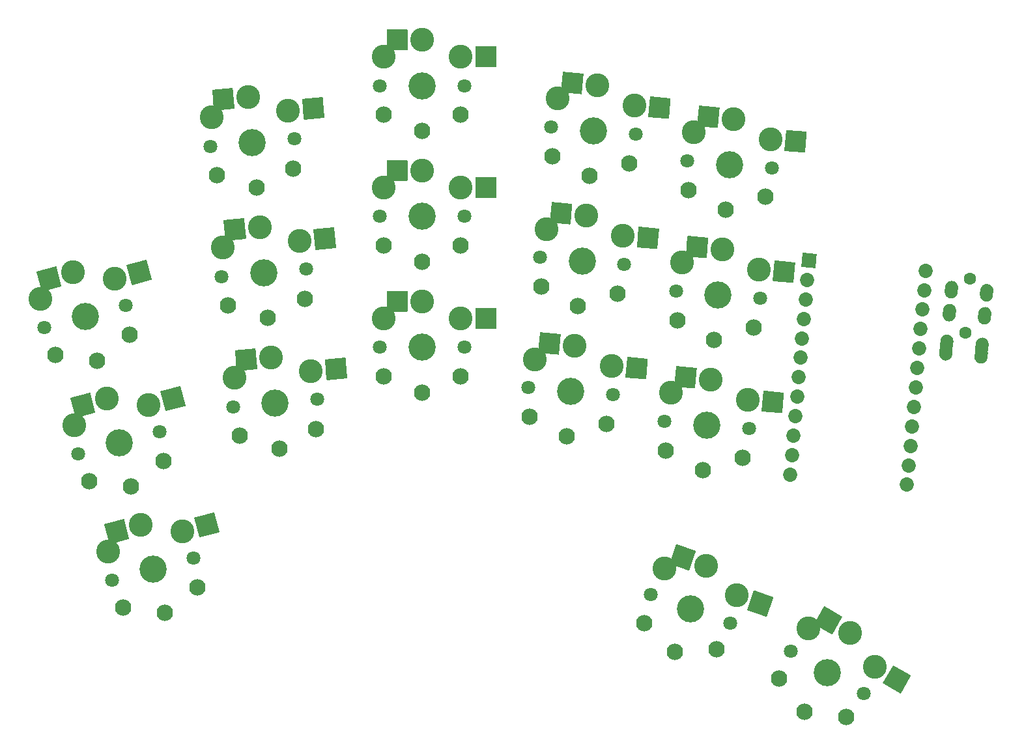
<source format=gbr>
%TF.GenerationSoftware,KiCad,Pcbnew,(5.1.10)-1*%
%TF.CreationDate,2021-07-05T15:56:21+02:00*%
%TF.ProjectId,architeuthis_dux,61726368-6974-4657-9574-6869735f6475,VERSION_HERE*%
%TF.SameCoordinates,Original*%
%TF.FileFunction,Soldermask,Bot*%
%TF.FilePolarity,Negative*%
%FSLAX46Y46*%
G04 Gerber Fmt 4.6, Leading zero omitted, Abs format (unit mm)*
G04 Created by KiCad (PCBNEW (5.1.10)-1) date 2021-07-05 15:56:21*
%MOMM*%
%LPD*%
G01*
G04 APERTURE LIST*
%ADD10C,3.529000*%
%ADD11C,1.801800*%
%ADD12C,3.100000*%
%ADD13C,2.132000*%
%ADD14C,1.852600*%
%ADD15C,1.600000*%
G04 APERTURE END LIST*
D10*
%TO.C,S1*%
X13600100Y-579300D03*
D11*
X18912692Y844205D03*
X8287508Y-2002805D03*
D12*
X17459158Y4337017D03*
X12060127Y5167959D03*
G36*
G01*
X7929185Y2715217D02*
X7256256Y5226624D01*
G75*
G02*
X7291611Y5287861I48296J12941D01*
G01*
X9803018Y5960790D01*
G75*
G02*
X9864255Y5925435I12941J-48296D01*
G01*
X10537184Y3414028D01*
G75*
G02*
X10501829Y3352791I-48296J-12941D01*
G01*
X7990422Y2679862D01*
G75*
G02*
X7929185Y2715217I-12941J48296D01*
G01*
G37*
G36*
G01*
X19655030Y3579540D02*
X18982101Y6090947D01*
G75*
G02*
X19017456Y6152184I48296J12941D01*
G01*
X21528863Y6825113D01*
G75*
G02*
X21590100Y6789758I12941J-48296D01*
G01*
X22263029Y4278351D01*
G75*
G02*
X22227674Y4217114I-48296J-12941D01*
G01*
X19716267Y3544185D01*
G75*
G02*
X19655030Y3579540I-12941J48296D01*
G01*
G37*
X7799899Y1748827D03*
X12060127Y5167959D03*
%TD*%
D10*
%TO.C,S2*%
X13600100Y-579300D03*
D11*
X8287508Y-2002805D03*
X18912692Y844205D03*
D13*
X9753983Y-5543913D03*
X15127132Y-6278262D03*
X19413242Y-2955723D03*
X15127132Y-6278262D03*
%TD*%
D10*
%TO.C,S3*%
X9200200Y15841500D03*
D11*
X14512792Y17265005D03*
X3887608Y14417995D03*
D12*
X13059258Y20757817D03*
X7660227Y21588759D03*
G36*
G01*
X3529285Y19136017D02*
X2856356Y21647424D01*
G75*
G02*
X2891711Y21708661I48296J12941D01*
G01*
X5403118Y22381590D01*
G75*
G02*
X5464355Y22346235I12941J-48296D01*
G01*
X6137284Y19834828D01*
G75*
G02*
X6101929Y19773591I-48296J-12941D01*
G01*
X3590522Y19100662D01*
G75*
G02*
X3529285Y19136017I-12941J48296D01*
G01*
G37*
G36*
G01*
X15255130Y20000340D02*
X14582201Y22511747D01*
G75*
G02*
X14617556Y22572984I48296J12941D01*
G01*
X17128963Y23245913D01*
G75*
G02*
X17190200Y23210558I12941J-48296D01*
G01*
X17863129Y20699151D01*
G75*
G02*
X17827774Y20637914I-48296J-12941D01*
G01*
X15316367Y19964985D01*
G75*
G02*
X15255130Y20000340I-12941J48296D01*
G01*
G37*
X3399999Y18169627D03*
X7660227Y21588759D03*
%TD*%
D10*
%TO.C,S4*%
X9200200Y15841500D03*
D11*
X3887608Y14417995D03*
X14512792Y17265005D03*
D13*
X5354083Y10876887D03*
X10727232Y10142538D03*
X15013342Y13465077D03*
X10727232Y10142538D03*
%TD*%
D10*
%TO.C,S5*%
X4800200Y32262200D03*
D11*
X10112792Y33685705D03*
X-512392Y30838695D03*
D12*
X8659258Y37178517D03*
X3260227Y38009459D03*
G36*
G01*
X-870715Y35556717D02*
X-1543644Y38068124D01*
G75*
G02*
X-1508289Y38129361I48296J12941D01*
G01*
X1003118Y38802290D01*
G75*
G02*
X1064355Y38766935I12941J-48296D01*
G01*
X1737284Y36255528D01*
G75*
G02*
X1701929Y36194291I-48296J-12941D01*
G01*
X-809478Y35521362D01*
G75*
G02*
X-870715Y35556717I-12941J48296D01*
G01*
G37*
G36*
G01*
X10855130Y36421040D02*
X10182201Y38932447D01*
G75*
G02*
X10217556Y38993684I48296J12941D01*
G01*
X12728963Y39666613D01*
G75*
G02*
X12790200Y39631258I12941J-48296D01*
G01*
X13463129Y37119851D01*
G75*
G02*
X13427774Y37058614I-48296J-12941D01*
G01*
X10916367Y36385685D01*
G75*
G02*
X10855130Y36421040I-12941J48296D01*
G01*
G37*
X-1000001Y34590327D03*
X3260227Y38009459D03*
%TD*%
D10*
%TO.C,S6*%
X4800200Y32262200D03*
D11*
X-512392Y30838695D03*
X10112792Y33685705D03*
D13*
X954083Y27297587D03*
X6327232Y26563238D03*
X10613342Y29885777D03*
X6327232Y26563238D03*
%TD*%
D10*
%TO.C,S7*%
X29505100Y21014800D03*
D11*
X34984171Y21494157D03*
X24026029Y20535443D03*
D12*
X34159239Y25186309D03*
X28986523Y26942158D03*
G36*
G01*
X24492425Y25244009D02*
X24265820Y27834116D01*
G75*
G02*
X24311272Y27888284I49810J4358D01*
G01*
X26901379Y28114889D01*
G75*
G02*
X26955547Y28069437I4358J-49810D01*
G01*
X27182152Y25479330D01*
G75*
G02*
X27136700Y25425162I-49810J-4358D01*
G01*
X24546593Y25198557D01*
G75*
G02*
X24492425Y25244009I-4358J49810D01*
G01*
G37*
G36*
G01*
X36190216Y24059030D02*
X35963611Y26649137D01*
G75*
G02*
X36009063Y26703305I49810J4358D01*
G01*
X38599170Y26929910D01*
G75*
G02*
X38653338Y26884458I4358J-49810D01*
G01*
X38879943Y24294351D01*
G75*
G02*
X38834491Y24240183I-49810J-4358D01*
G01*
X36244384Y24013578D01*
G75*
G02*
X36190216Y24059030I-4358J49810D01*
G01*
G37*
X24197292Y24314751D03*
X28986523Y26942158D03*
%TD*%
D10*
%TO.C,S8*%
X29505100Y21014800D03*
D11*
X24026029Y20535443D03*
X34984171Y21494157D03*
D13*
X24855318Y16793481D03*
X30019319Y15137251D03*
X34817265Y17665039D03*
X30019319Y15137251D03*
%TD*%
D10*
%TO.C,S9*%
X28023400Y37950100D03*
D11*
X33502471Y38429457D03*
X22544329Y37470743D03*
D12*
X32677539Y42121609D03*
X27504823Y43877458D03*
G36*
G01*
X23010725Y42179309D02*
X22784120Y44769416D01*
G75*
G02*
X22829572Y44823584I49810J4358D01*
G01*
X25419679Y45050189D01*
G75*
G02*
X25473847Y45004737I4358J-49810D01*
G01*
X25700452Y42414630D01*
G75*
G02*
X25655000Y42360462I-49810J-4358D01*
G01*
X23064893Y42133857D01*
G75*
G02*
X23010725Y42179309I-4358J49810D01*
G01*
G37*
G36*
G01*
X34708516Y40994330D02*
X34481911Y43584437D01*
G75*
G02*
X34527363Y43638605I49810J4358D01*
G01*
X37117470Y43865210D01*
G75*
G02*
X37171638Y43819758I4358J-49810D01*
G01*
X37398243Y41229651D01*
G75*
G02*
X37352791Y41175483I-49810J-4358D01*
G01*
X34762684Y40948878D01*
G75*
G02*
X34708516Y40994330I-4358J49810D01*
G01*
G37*
X22715592Y41250051D03*
X27504823Y43877458D03*
%TD*%
D10*
%TO.C,S10*%
X28023400Y37950100D03*
D11*
X22544329Y37470743D03*
X33502471Y38429457D03*
D13*
X23373618Y33728781D03*
X28537619Y32072551D03*
X33335565Y34600339D03*
X28537619Y32072551D03*
%TD*%
D10*
%TO.C,S11*%
X26541800Y54885400D03*
D11*
X32020871Y55364757D03*
X21062729Y54406043D03*
D12*
X31195939Y59056909D03*
X26023223Y60812758D03*
G36*
G01*
X21529125Y59114609D02*
X21302520Y61704716D01*
G75*
G02*
X21347972Y61758884I49810J4358D01*
G01*
X23938079Y61985489D01*
G75*
G02*
X23992247Y61940037I4358J-49810D01*
G01*
X24218852Y59349930D01*
G75*
G02*
X24173400Y59295762I-49810J-4358D01*
G01*
X21583293Y59069157D01*
G75*
G02*
X21529125Y59114609I-4358J49810D01*
G01*
G37*
G36*
G01*
X33226916Y57929630D02*
X33000311Y60519737D01*
G75*
G02*
X33045763Y60573905I49810J4358D01*
G01*
X35635870Y60800510D01*
G75*
G02*
X35690038Y60755058I4358J-49810D01*
G01*
X35916643Y58164951D01*
G75*
G02*
X35871191Y58110783I-49810J-4358D01*
G01*
X33281084Y57884178D01*
G75*
G02*
X33226916Y57929630I-4358J49810D01*
G01*
G37*
X21233992Y58185351D03*
X26023223Y60812758D03*
%TD*%
D10*
%TO.C,S12*%
X26541800Y54885400D03*
D11*
X21062729Y54406043D03*
X32020871Y55364757D03*
D13*
X21892018Y50664081D03*
X27056019Y49007851D03*
X31853965Y51535639D03*
X27056019Y49007851D03*
%TD*%
D10*
%TO.C,S13*%
X48624400Y28293400D03*
D11*
X54124400Y28293400D03*
X43124400Y28293400D03*
D12*
X53624400Y32043400D03*
X48624400Y34243400D03*
G36*
G01*
X43999400Y32943400D02*
X43999400Y35543400D01*
G75*
G02*
X44049400Y35593400I50000J0D01*
G01*
X46649400Y35593400D01*
G75*
G02*
X46699400Y35543400I0J-50000D01*
G01*
X46699400Y32943400D01*
G75*
G02*
X46649400Y32893400I-50000J0D01*
G01*
X44049400Y32893400D01*
G75*
G02*
X43999400Y32943400I0J50000D01*
G01*
G37*
G36*
G01*
X55549400Y30743400D02*
X55549400Y33343400D01*
G75*
G02*
X55599400Y33393400I50000J0D01*
G01*
X58199400Y33393400D01*
G75*
G02*
X58249400Y33343400I0J-50000D01*
G01*
X58249400Y30743400D01*
G75*
G02*
X58199400Y30693400I-50000J0D01*
G01*
X55599400Y30693400D01*
G75*
G02*
X55549400Y30743400I0J50000D01*
G01*
G37*
X43624400Y32043400D03*
X48624400Y34243400D03*
%TD*%
D10*
%TO.C,S14*%
X48624400Y28293400D03*
D11*
X43124400Y28293400D03*
X54124400Y28293400D03*
D13*
X43624400Y24493400D03*
X48624400Y22393400D03*
X53624400Y24493400D03*
X48624400Y22393400D03*
%TD*%
D10*
%TO.C,S15*%
X48624400Y45293400D03*
D11*
X54124400Y45293400D03*
X43124400Y45293400D03*
D12*
X53624400Y49043400D03*
X48624400Y51243400D03*
G36*
G01*
X43999400Y49943400D02*
X43999400Y52543400D01*
G75*
G02*
X44049400Y52593400I50000J0D01*
G01*
X46649400Y52593400D01*
G75*
G02*
X46699400Y52543400I0J-50000D01*
G01*
X46699400Y49943400D01*
G75*
G02*
X46649400Y49893400I-50000J0D01*
G01*
X44049400Y49893400D01*
G75*
G02*
X43999400Y49943400I0J50000D01*
G01*
G37*
G36*
G01*
X55549400Y47743400D02*
X55549400Y50343400D01*
G75*
G02*
X55599400Y50393400I50000J0D01*
G01*
X58199400Y50393400D01*
G75*
G02*
X58249400Y50343400I0J-50000D01*
G01*
X58249400Y47743400D01*
G75*
G02*
X58199400Y47693400I-50000J0D01*
G01*
X55599400Y47693400D01*
G75*
G02*
X55549400Y47743400I0J50000D01*
G01*
G37*
X43624400Y49043400D03*
X48624400Y51243400D03*
%TD*%
D10*
%TO.C,S16*%
X48624400Y45293400D03*
D11*
X43124400Y45293400D03*
X54124400Y45293400D03*
D13*
X43624400Y41493400D03*
X48624400Y39393400D03*
X53624400Y41493400D03*
X48624400Y39393400D03*
%TD*%
D10*
%TO.C,S17*%
X48624400Y62293400D03*
D11*
X54124400Y62293400D03*
X43124400Y62293400D03*
D12*
X53624400Y66043400D03*
X48624400Y68243400D03*
G36*
G01*
X43999400Y66943400D02*
X43999400Y69543400D01*
G75*
G02*
X44049400Y69593400I50000J0D01*
G01*
X46649400Y69593400D01*
G75*
G02*
X46699400Y69543400I0J-50000D01*
G01*
X46699400Y66943400D01*
G75*
G02*
X46649400Y66893400I-50000J0D01*
G01*
X44049400Y66893400D01*
G75*
G02*
X43999400Y66943400I0J50000D01*
G01*
G37*
G36*
G01*
X55549400Y64743400D02*
X55549400Y67343400D01*
G75*
G02*
X55599400Y67393400I50000J0D01*
G01*
X58199400Y67393400D01*
G75*
G02*
X58249400Y67343400I0J-50000D01*
G01*
X58249400Y64743400D01*
G75*
G02*
X58199400Y64693400I-50000J0D01*
G01*
X55599400Y64693400D01*
G75*
G02*
X55549400Y64743400I0J50000D01*
G01*
G37*
X43624400Y66043400D03*
X48624400Y68243400D03*
%TD*%
D10*
%TO.C,S18*%
X48624400Y62293400D03*
D11*
X43124400Y62293400D03*
X54124400Y62293400D03*
D13*
X43624400Y58493400D03*
X48624400Y56393400D03*
X53624400Y58493400D03*
X48624400Y56393400D03*
%TD*%
D10*
%TO.C,S19*%
X67906000Y22562000D03*
D11*
X73385071Y22082643D03*
X62426929Y23041357D03*
D12*
X73213808Y25861951D03*
X68424577Y28489358D03*
G36*
G01*
X63703873Y27597401D02*
X63930478Y30187508D01*
G75*
G02*
X63984646Y30232960I49810J-4358D01*
G01*
X66574753Y30006355D01*
G75*
G02*
X66620205Y29952187I-4358J-49810D01*
G01*
X66393600Y27362080D01*
G75*
G02*
X66339432Y27316628I-49810J4358D01*
G01*
X63749325Y27543233D01*
G75*
G02*
X63703873Y27597401I4358J49810D01*
G01*
G37*
G36*
G01*
X75018179Y24399123D02*
X75244784Y26989230D01*
G75*
G02*
X75298952Y27034682I49810J-4358D01*
G01*
X77889059Y26808077D01*
G75*
G02*
X77934511Y26753909I-4358J-49810D01*
G01*
X77707906Y24163802D01*
G75*
G02*
X77653738Y24118350I-49810J4358D01*
G01*
X75063631Y24344955D01*
G75*
G02*
X75018179Y24399123I4358J49810D01*
G01*
G37*
X63251861Y26733509D03*
X68424577Y28489358D03*
%TD*%
D10*
%TO.C,S20*%
X67906000Y22562000D03*
D11*
X62426929Y23041357D03*
X73385071Y22082643D03*
D13*
X62593835Y19212239D03*
X67391781Y16684451D03*
X72555782Y18340681D03*
X67391781Y16684451D03*
%TD*%
D10*
%TO.C,S21*%
X69387700Y39497300D03*
D11*
X74866771Y39017943D03*
X63908629Y39976657D03*
D12*
X74695508Y42797251D03*
X69906277Y45424658D03*
G36*
G01*
X65185573Y44532701D02*
X65412178Y47122808D01*
G75*
G02*
X65466346Y47168260I49810J-4358D01*
G01*
X68056453Y46941655D01*
G75*
G02*
X68101905Y46887487I-4358J-49810D01*
G01*
X67875300Y44297380D01*
G75*
G02*
X67821132Y44251928I-49810J4358D01*
G01*
X65231025Y44478533D01*
G75*
G02*
X65185573Y44532701I4358J49810D01*
G01*
G37*
G36*
G01*
X76499879Y41334423D02*
X76726484Y43924530D01*
G75*
G02*
X76780652Y43969982I49810J-4358D01*
G01*
X79370759Y43743377D01*
G75*
G02*
X79416211Y43689209I-4358J-49810D01*
G01*
X79189606Y41099102D01*
G75*
G02*
X79135438Y41053650I-49810J4358D01*
G01*
X76545331Y41280255D01*
G75*
G02*
X76499879Y41334423I4358J49810D01*
G01*
G37*
X64733561Y43668809D03*
X69906277Y45424658D03*
%TD*%
D10*
%TO.C,S22*%
X69387700Y39497300D03*
D11*
X63908629Y39976657D03*
X74866771Y39017943D03*
D13*
X64075535Y36147539D03*
X68873481Y33619751D03*
X74037482Y35275981D03*
X68873481Y33619751D03*
%TD*%
D10*
%TO.C,S23*%
X70869300Y56432700D03*
D11*
X76348371Y55953343D03*
X65390229Y56912057D03*
D12*
X76177108Y59732651D03*
X71387877Y62360058D03*
G36*
G01*
X66667173Y61468101D02*
X66893778Y64058208D01*
G75*
G02*
X66947946Y64103660I49810J-4358D01*
G01*
X69538053Y63877055D01*
G75*
G02*
X69583505Y63822887I-4358J-49810D01*
G01*
X69356900Y61232780D01*
G75*
G02*
X69302732Y61187328I-49810J4358D01*
G01*
X66712625Y61413933D01*
G75*
G02*
X66667173Y61468101I4358J49810D01*
G01*
G37*
G36*
G01*
X77981479Y58269823D02*
X78208084Y60859930D01*
G75*
G02*
X78262252Y60905382I49810J-4358D01*
G01*
X80852359Y60678777D01*
G75*
G02*
X80897811Y60624609I-4358J-49810D01*
G01*
X80671206Y58034502D01*
G75*
G02*
X80617038Y57989050I-49810J4358D01*
G01*
X78026931Y58215655D01*
G75*
G02*
X77981479Y58269823I4358J49810D01*
G01*
G37*
X66215161Y60604209D03*
X71387877Y62360058D03*
%TD*%
D10*
%TO.C,S24*%
X70869300Y56432700D03*
D11*
X65390229Y56912057D03*
X76348371Y55953343D03*
D13*
X65557135Y53082939D03*
X70355081Y50555151D03*
X75519082Y52211381D03*
X70355081Y50555151D03*
%TD*%
D10*
%TO.C,S25*%
X85590600Y18170700D03*
D11*
X91069671Y17691343D03*
X80111529Y18650057D03*
D12*
X90898408Y21470651D03*
X86109177Y24098058D03*
G36*
G01*
X81388473Y23206101D02*
X81615078Y25796208D01*
G75*
G02*
X81669246Y25841660I49810J-4358D01*
G01*
X84259353Y25615055D01*
G75*
G02*
X84304805Y25560887I-4358J-49810D01*
G01*
X84078200Y22970780D01*
G75*
G02*
X84024032Y22925328I-49810J4358D01*
G01*
X81433925Y23151933D01*
G75*
G02*
X81388473Y23206101I4358J49810D01*
G01*
G37*
G36*
G01*
X92702779Y20007823D02*
X92929384Y22597930D01*
G75*
G02*
X92983552Y22643382I49810J-4358D01*
G01*
X95573659Y22416777D01*
G75*
G02*
X95619111Y22362609I-4358J-49810D01*
G01*
X95392506Y19772502D01*
G75*
G02*
X95338338Y19727050I-49810J4358D01*
G01*
X92748231Y19953655D01*
G75*
G02*
X92702779Y20007823I4358J49810D01*
G01*
G37*
X80936461Y22342209D03*
X86109177Y24098058D03*
%TD*%
D10*
%TO.C,S26*%
X85590600Y18170700D03*
D11*
X80111529Y18650057D03*
X91069671Y17691343D03*
D13*
X80278435Y14820939D03*
X85076381Y12293151D03*
X90240382Y13949381D03*
X85076381Y12293151D03*
%TD*%
D10*
%TO.C,S27*%
X87072200Y35106000D03*
D11*
X92551271Y34626643D03*
X81593129Y35585357D03*
D12*
X92380008Y38405951D03*
X87590777Y41033358D03*
G36*
G01*
X82870073Y40141401D02*
X83096678Y42731508D01*
G75*
G02*
X83150846Y42776960I49810J-4358D01*
G01*
X85740953Y42550355D01*
G75*
G02*
X85786405Y42496187I-4358J-49810D01*
G01*
X85559800Y39906080D01*
G75*
G02*
X85505632Y39860628I-49810J4358D01*
G01*
X82915525Y40087233D01*
G75*
G02*
X82870073Y40141401I4358J49810D01*
G01*
G37*
G36*
G01*
X94184379Y36943123D02*
X94410984Y39533230D01*
G75*
G02*
X94465152Y39578682I49810J-4358D01*
G01*
X97055259Y39352077D01*
G75*
G02*
X97100711Y39297909I-4358J-49810D01*
G01*
X96874106Y36707802D01*
G75*
G02*
X96819938Y36662350I-49810J4358D01*
G01*
X94229831Y36888955D01*
G75*
G02*
X94184379Y36943123I4358J49810D01*
G01*
G37*
X82418061Y39277509D03*
X87590777Y41033358D03*
%TD*%
D10*
%TO.C,S28*%
X87072200Y35106000D03*
D11*
X81593129Y35585357D03*
X92551271Y34626643D03*
D13*
X81760035Y31756239D03*
X86557981Y29228451D03*
X91721982Y30884681D03*
X86557981Y29228451D03*
%TD*%
D10*
%TO.C,S29*%
X88553900Y52041300D03*
D11*
X94032971Y51561943D03*
X83074829Y52520657D03*
D12*
X93861708Y55341251D03*
X89072477Y57968658D03*
G36*
G01*
X84351773Y57076701D02*
X84578378Y59666808D01*
G75*
G02*
X84632546Y59712260I49810J-4358D01*
G01*
X87222653Y59485655D01*
G75*
G02*
X87268105Y59431487I-4358J-49810D01*
G01*
X87041500Y56841380D01*
G75*
G02*
X86987332Y56795928I-49810J4358D01*
G01*
X84397225Y57022533D01*
G75*
G02*
X84351773Y57076701I4358J49810D01*
G01*
G37*
G36*
G01*
X95666079Y53878423D02*
X95892684Y56468530D01*
G75*
G02*
X95946852Y56513982I49810J-4358D01*
G01*
X98536959Y56287377D01*
G75*
G02*
X98582411Y56233209I-4358J-49810D01*
G01*
X98355806Y53643102D01*
G75*
G02*
X98301638Y53597650I-49810J4358D01*
G01*
X95711531Y53824255D01*
G75*
G02*
X95666079Y53878423I4358J49810D01*
G01*
G37*
X83899761Y56212809D03*
X89072477Y57968658D03*
%TD*%
D10*
%TO.C,S30*%
X88553900Y52041300D03*
D11*
X83074829Y52520657D03*
X94032971Y51561943D03*
D13*
X83241735Y48691539D03*
X88039681Y46163751D03*
X93203682Y47819981D03*
X88039681Y46163751D03*
%TD*%
D10*
%TO.C,S31*%
X83498800Y-5738000D03*
D11*
X88667109Y-7619111D03*
X78330491Y-3856889D03*
D12*
X89479839Y-3924253D03*
X85533820Y-146829D03*
G36*
G01*
X80743115Y213414D02*
X81632368Y2656615D01*
G75*
G02*
X81696454Y2686499I46985J-17101D01*
G01*
X84139655Y1797246D01*
G75*
G02*
X84169539Y1733160I-17101J-46985D01*
G01*
X83280286Y-710041D01*
G75*
G02*
X83216200Y-739925I-46985J17101D01*
G01*
X80772999Y149328D01*
G75*
G02*
X80743115Y213414I17101J46985D01*
G01*
G37*
G36*
G01*
X90844120Y-5804242D02*
X91733373Y-3361041D01*
G75*
G02*
X91797459Y-3331157I46985J-17101D01*
G01*
X94240660Y-4220410D01*
G75*
G02*
X94270544Y-4284496I-17101J-46985D01*
G01*
X93381291Y-6727697D01*
G75*
G02*
X93317205Y-6757581I-46985J17101D01*
G01*
X90874004Y-5868328D01*
G75*
G02*
X90844120Y-5804242I17101J46985D01*
G01*
G37*
X80082912Y-504052D03*
X85533820Y-146829D03*
%TD*%
D10*
%TO.C,S32*%
X83498800Y-5738000D03*
D11*
X78330491Y-3856889D03*
X88667109Y-7619111D03*
D13*
X77500660Y-7598731D03*
X81480881Y-11282186D03*
X86897587Y-11018933D03*
X81480881Y-11282186D03*
%TD*%
D10*
%TO.C,S33*%
X101251000Y-14016000D03*
D11*
X106014140Y-16766000D03*
X96487860Y-11266000D03*
D12*
X107456127Y-13268405D03*
X104226000Y-8863149D03*
G36*
G01*
X99570633Y-7676482D02*
X100870633Y-5424816D01*
G75*
G02*
X100938934Y-5406515I43301J-25000D01*
G01*
X103190600Y-6706515D01*
G75*
G02*
X103208901Y-6774816I-25000J-43301D01*
G01*
X101908901Y-9026482D01*
G75*
G02*
X101840600Y-9044783I-43301J25000D01*
G01*
X99588934Y-7744783D01*
G75*
G02*
X99570633Y-7676482I25000J43301D01*
G01*
G37*
G36*
G01*
X108473226Y-15356738D02*
X109773226Y-13105072D01*
G75*
G02*
X109841527Y-13086771I43301J-25000D01*
G01*
X112093193Y-14386771D01*
G75*
G02*
X112111494Y-14455072I-25000J-43301D01*
G01*
X110811494Y-16706738D01*
G75*
G02*
X110743193Y-16725039I-43301J25000D01*
G01*
X108491527Y-15425039D01*
G75*
G02*
X108473226Y-15356738I25000J43301D01*
G01*
G37*
X98795873Y-8268405D03*
X104226000Y-8863149D03*
%TD*%
D10*
%TO.C,S34*%
X101251000Y-14016000D03*
D11*
X96487860Y-11266000D03*
X106014140Y-16766000D03*
D13*
X95020873Y-14806897D03*
X98301000Y-19125550D03*
X103681127Y-19806897D03*
X98301000Y-19125550D03*
%TD*%
%TO.C,C1*%
G36*
G01*
X98093329Y40562517D02*
X99839260Y40409768D01*
G75*
G02*
X99884712Y40355600I-4358J-49810D01*
G01*
X99731963Y38609669D01*
G75*
G02*
X99677795Y38564217I-49810J4358D01*
G01*
X97931864Y38716966D01*
G75*
G02*
X97886412Y38771134I4358J49810D01*
G01*
X98039161Y40517065D01*
G75*
G02*
X98093329Y40562517I49810J-4358D01*
G01*
G37*
D14*
X98664187Y37033032D03*
X98442811Y34502698D03*
X98221435Y31972363D03*
X98000060Y29442029D03*
X97778684Y26911694D03*
X97557309Y24381359D03*
X97335933Y21851025D03*
X97114557Y19320690D03*
X96893182Y16790356D03*
X96671806Y14260021D03*
X96450431Y11729687D03*
X114067569Y38235113D03*
X113846194Y35704779D03*
X113624818Y33174444D03*
X113403443Y30644110D03*
X113182067Y28113775D03*
X112960691Y25583441D03*
X112739316Y23053106D03*
X112517940Y20522771D03*
X112296565Y17992437D03*
X112075189Y15462102D03*
X111853813Y12931768D03*
X111632438Y10401433D03*
%TD*%
D15*
%TO.C,REF\u002A\u002A*%
X119215713Y30185774D03*
X119825803Y37159137D03*
G36*
G01*
X120398728Y27070814D02*
X120451022Y27668530D01*
G75*
G02*
X121371869Y28441213I846765J-74082D01*
G01*
X121371869Y28441213D01*
G75*
G02*
X122144552Y27520366I-74082J-846765D01*
G01*
X122092258Y26922650D01*
G75*
G02*
X121171411Y26149967I-846765J74082D01*
G01*
X121171411Y26149967D01*
G75*
G02*
X120398728Y27070814I74082J846765D01*
G01*
G37*
G36*
G01*
X115912104Y28567544D02*
X115964398Y29165260D01*
G75*
G02*
X116885245Y29937943I846765J-74082D01*
G01*
X116885245Y29937943D01*
G75*
G02*
X117657928Y29017096I-74082J-846765D01*
G01*
X117605634Y28419380D01*
G75*
G02*
X116684787Y27646697I-846765J74082D01*
G01*
X116684787Y27646697D01*
G75*
G02*
X115912104Y28567544I74082J846765D01*
G01*
G37*
G36*
G01*
X116260727Y32552323D02*
X116313021Y33150039D01*
G75*
G02*
X117233868Y33922722I846765J-74082D01*
G01*
X117233868Y33922722D01*
G75*
G02*
X118006551Y33001875I-74082J-846765D01*
G01*
X117954257Y32404159D01*
G75*
G02*
X117033410Y31631476I-846765J74082D01*
G01*
X117033410Y31631476D01*
G75*
G02*
X116260727Y32552323I74082J846765D01*
G01*
G37*
G36*
G01*
X116522194Y35540907D02*
X116574488Y36138623D01*
G75*
G02*
X117495335Y36911306I846765J-74082D01*
G01*
X117495335Y36911306D01*
G75*
G02*
X118268018Y35990459I-74082J-846765D01*
G01*
X118215724Y35392743D01*
G75*
G02*
X117294877Y34620060I-846765J74082D01*
G01*
X117294877Y34620060D01*
G75*
G02*
X116522194Y35540907I74082J846765D01*
G01*
G37*
G36*
G01*
X115816232Y27471730D02*
X115868526Y28069446D01*
G75*
G02*
X116789373Y28842129I846765J-74082D01*
G01*
X116789373Y28842129D01*
G75*
G02*
X117562056Y27921282I-74082J-846765D01*
G01*
X117509762Y27323566D01*
G75*
G02*
X116588915Y26550883I-846765J74082D01*
G01*
X116588915Y26550883D01*
G75*
G02*
X115816232Y27471730I74082J846765D01*
G01*
G37*
G36*
G01*
X120494599Y28166628D02*
X120546893Y28764344D01*
G75*
G02*
X121467740Y29537027I846765J-74082D01*
G01*
X121467740Y29537027D01*
G75*
G02*
X122240423Y28616180I-74082J-846765D01*
G01*
X122188129Y28018464D01*
G75*
G02*
X121267282Y27245781I-846765J74082D01*
G01*
X121267282Y27245781D01*
G75*
G02*
X120494599Y28166628I74082J846765D01*
G01*
G37*
G36*
G01*
X120843222Y32151407D02*
X120895516Y32749123D01*
G75*
G02*
X121816363Y33521806I846765J-74082D01*
G01*
X121816363Y33521806D01*
G75*
G02*
X122589046Y32600959I-74082J-846765D01*
G01*
X122536752Y32003243D01*
G75*
G02*
X121615905Y31230560I-846765J74082D01*
G01*
X121615905Y31230560D01*
G75*
G02*
X120843222Y32151407I74082J846765D01*
G01*
G37*
G36*
G01*
X121104690Y35139991D02*
X121156984Y35737707D01*
G75*
G02*
X122077831Y36510390I846765J-74082D01*
G01*
X122077831Y36510390D01*
G75*
G02*
X122850514Y35589543I-74082J-846765D01*
G01*
X122798220Y34991827D01*
G75*
G02*
X121877373Y34219144I-846765J74082D01*
G01*
X121877373Y34219144D01*
G75*
G02*
X121104690Y35139991I74082J846765D01*
G01*
G37*
%TD*%
M02*

</source>
